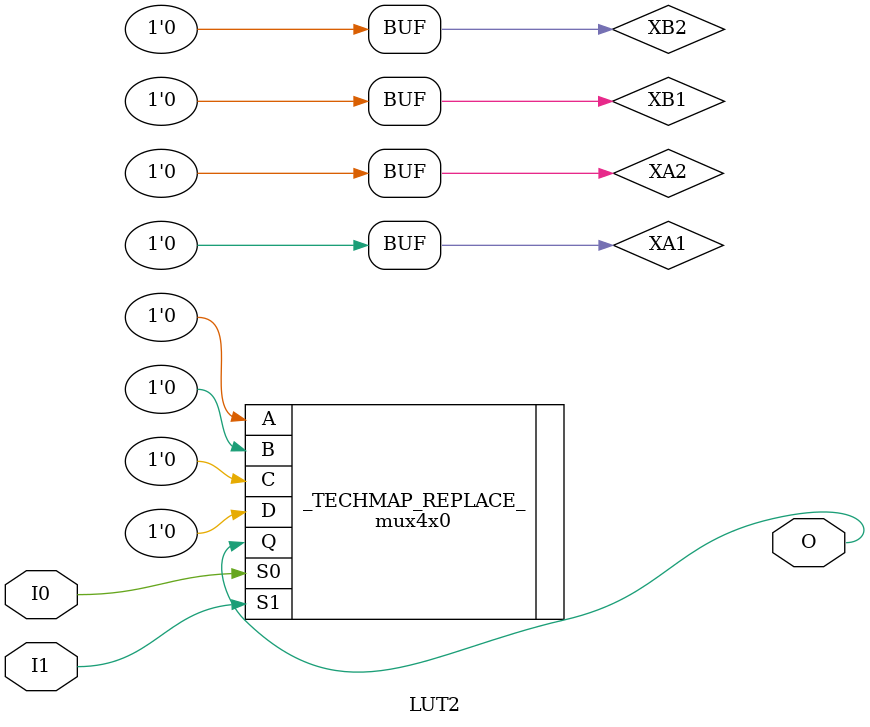
<source format=v>
module LUT2 (
  output O,
  input  I0,
  input  I1
);
  parameter [3:0] INIT = 0;

  wire XA1 = INIT[0];
  wire XA2 = INIT[1];
  wire XB1 = INIT[2];
  wire XB2 = INIT[3];

  mux4x0 _TECHMAP_REPLACE_ (
  .A  (XA1),
  .B  (XA2),
  .C  (XB1),
  .D  (XB2),
  .S1 (I1),
  .S0 (I0),
  .Q  (O)
  );

endmodule

</source>
